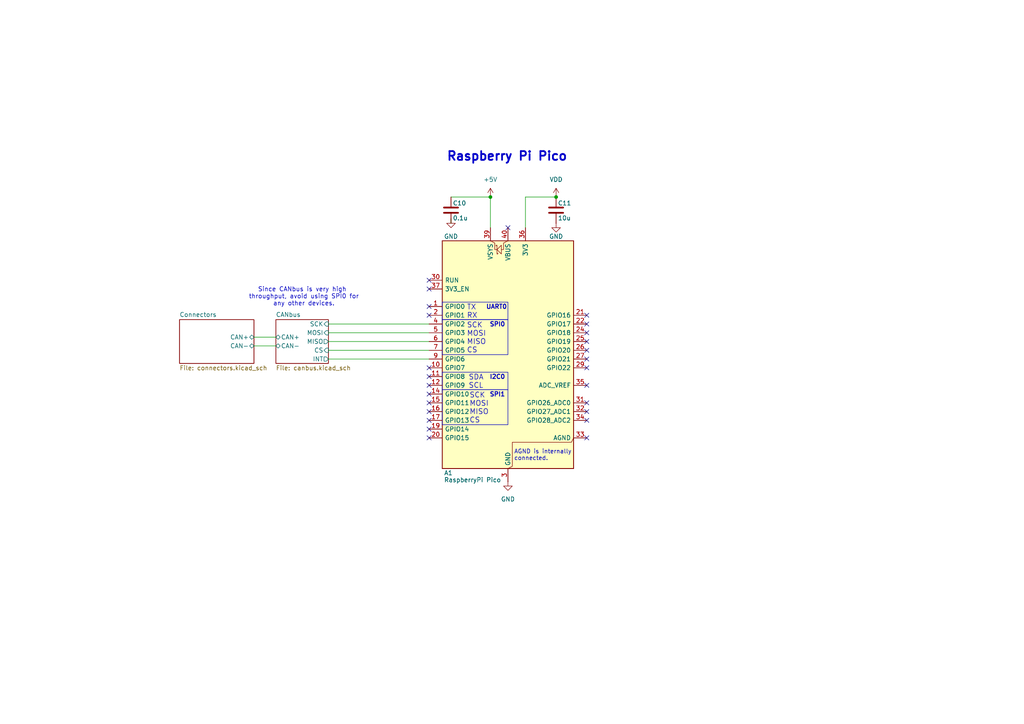
<source format=kicad_sch>
(kicad_sch (version 20250114) (generator "eeschema") (generator_version "9.0")
  (paper "A4")
  (title_block (title "LEOS Microcontroller") (date "2026-02-14") (rev "2") (company "VIP Lightning From the Edge of Space") (comment 1 "Use Pinout.xyz with the Pico 2 for a look at what pins can be configured to.") (comment 2 "We now prefer using sheets to isolate domains.") (comment 3 "Be sure to bump the revision number and rename the root file to your module name.") (comment 4 "Use this sheet to define connections to your components/circuitry."))
  (lib_symbols
    (symbol "Device:C" (pin_numbers (hide yes)) (pin_names (offset 0.254))
      (property "Reference" "C" (at 0.635 2.54 0))
      (property "Value" "C" (at 0.635 -2.54 0))
      (symbol "C_0_1"
        (polyline (pts (xy -2.032 0.762) (xy 2.032 0.762)) (stroke (width 0.508)))
        (polyline (pts (xy -2.032 -0.762) (xy 2.032 -0.762)) (stroke (width 0.508)))
      )
      (symbol "C_1_1"
        (pin passive line (at 0 3.81 270) (length 2.794) (name "~") (number "1"))
        (pin passive line (at 0 -3.81 90) (length 2.794) (name "~") (number "2"))
      )
    )
    (symbol "MCU_Module:RaspberryPi_Pico" (pin_names (offset 0.762))
      (property "Reference" "A" (at -19.05 35.56 0))
      (property "Value" "RaspberryPi_Pico" (at 7.62 35.56 0))
      (symbol "RaspberryPi_Pico_0_1"
        (rectangle (start -19.05 34.29) (end 19.05 -31.75) (stroke (width 0.254)) (fill (type background)))
        (polyline (pts (xy -5.08 34.29) (xy -3.81 33.655) (xy -3.81 31.75) (xy -3.175 31.75)))
        (polyline (pts (xy -3.429 32.766) (xy -3.429 33.02) (xy -3.175 33.02) (xy -3.175 30.48) (xy -2.921 30.48) (xy -2.921 30.734)))
        (polyline (pts (xy -3.175 31.75) (xy -1.905 33.02) (xy -1.905 30.48) (xy -3.175 31.75)))
        (polyline (pts (xy 0 34.29) (xy -1.27 33.655) (xy -1.27 31.75) (xy -1.905 31.75)))
        (polyline (pts (xy 0 -31.75) (xy 1.27 -31.115) (xy 1.27 -24.13) (xy 18.415 -24.13) (xy 19.05 -22.86)))
      )
      (symbol "RaspberryPi_Pico_1_1"
        (pin passive line (at -22.86 22.86 0) (length 3.81) (name "RUN") (number "30"))
        (pin passive line (at -22.86 20.32 0) (length 3.81) (name "3V3_EN") (number "37"))
        (pin bidirectional line (at -22.86 15.24 0) (length 3.81) (name "GPIO0") (number "1"))
        (pin bidirectional line (at -22.86 12.7 0) (length 3.81) (name "GPIO1") (number "2"))
        (pin bidirectional line (at -22.86 10.16 0) (length 3.81) (name "GPIO2") (number "4"))
        (pin bidirectional line (at -22.86 7.62 0) (length 3.81) (name "GPIO3") (number "5"))
        (pin bidirectional line (at -22.86 5.08 0) (length 3.81) (name "GPIO4") (number "6"))
        (pin bidirectional line (at -22.86 2.54 0) (length 3.81) (name "GPIO5") (number "7"))
        (pin bidirectional line (at -22.86 0 0) (length 3.81) (name "GPIO6") (number "9"))
        (pin bidirectional line (at -22.86 -2.54 0) (length 3.81) (name "GPIO7") (number "10"))
        (pin bidirectional line (at -22.86 -5.08 0) (length 3.81) (name "GPIO8") (number "11"))
        (pin bidirectional line (at -22.86 -7.62 0) (length 3.81) (name "GPIO9") (number "12"))
        (pin bidirectional line (at -22.86 -10.16 0) (length 3.81) (name "GPIO10") (number "14"))
        (pin bidirectional line (at -22.86 -12.7 0) (length 3.81) (name "GPIO11") (number "15"))
        (pin bidirectional line (at -22.86 -15.24 0) (length 3.81) (name "GPIO12") (number "16"))
        (pin bidirectional line (at -22.86 -17.78 0) (length 3.81) (name "GPIO13") (number "17"))
        (pin bidirectional line (at -22.86 -20.32 0) (length 3.81) (name "GPIO14") (number "19"))
        (pin bidirectional line (at -22.86 -22.86 0) (length 3.81) (name "GPIO15") (number "20"))
        (pin power_in line (at -5.08 38.1 270) (length 3.81) (name "VSYS") (number "39"))
        (pin power_out line (at 0 38.1 270) (length 3.81) (name "VBUS") (number "40"))
        (pin passive line (at 0 -35.56 90) (length 3.81) (hide yes) (name "GND") (number "13"))
        (pin passive line (at 0 -35.56 90) (length 3.81) (hide yes) (name "GND") (number "18"))
        (pin passive line (at 0 -35.56 90) (length 3.81) (hide yes) (name "GND") (number "23"))
        (pin passive line (at 0 -35.56 90) (length 3.81) (hide yes) (name "GND") (number "28"))
        (pin power_out line (at 0 -35.56 90) (length 3.81) (name "GND") (number "3"))
        (pin passive line (at 0 -35.56 90) (length 3.81) (hide yes) (name "GND") (number "38"))
        (pin passive line (at 0 -35.56 90) (length 3.81) (hide yes) (name "GND") (number "8"))
        (pin power_out line (at 5.08 38.1 270) (length 3.81) (name "3V3") (number "36"))
        (pin bidirectional line (at 22.86 12.7 180) (length 3.81) (name "GPIO16") (number "21"))
        (pin bidirectional line (at 22.86 10.16 180) (length 3.81) (name "GPIO17") (number "22"))
        (pin bidirectional line (at 22.86 7.62 180) (length 3.81) (name "GPIO18") (number "24"))
        (pin bidirectional line (at 22.86 5.08 180) (length 3.81) (name "GPIO19") (number "25"))
        (pin bidirectional line (at 22.86 2.54 180) (length 3.81) (name "GPIO20") (number "26"))
        (pin bidirectional line (at 22.86 0 180) (length 3.81) (name "GPIO21") (number "27"))
        (pin bidirectional line (at 22.86 -2.54 180) (length 3.81) (name "GPIO22") (number "29"))
        (pin power_in line (at 22.86 -7.62 180) (length 3.81) (name "ADC_VREF") (number "35"))
        (pin bidirectional line (at 22.86 -12.7 180) (length 3.81) (name "GPIO26_ADC0") (number "31"))
        (pin bidirectional line (at 22.86 -15.24 180) (length 3.81) (name "GPIO27_ADC1") (number "32"))
        (pin bidirectional line (at 22.86 -17.78 180) (length 3.81) (name "GPIO28_ADC2") (number "34"))
        (pin power_out line (at 22.86 -22.86 180) (length 3.81) (name "AGND") (number "33"))
      )
    )
    (symbol "power:+5V" (power) (pin_numbers (hide yes)) (pin_names (offset 0) (hide yes))
      (property "Value" "+5V" (at 0 3.556 0))
      (symbol "+5V_0_1"
        (polyline (pts (xy -0.762 1.27) (xy 0 2.54)))
        (polyline (pts (xy 0 2.54) (xy 0.762 1.27)))
        (polyline (pts (xy 0 0) (xy 0 2.54)))
      )
      (symbol "+5V_1_1"
        (pin power_in line (at 0 0 90) (length 0) (name "~") (number "1"))
      )
    )
    (symbol "power:GND" (power) (pin_numbers (hide yes)) (pin_names (offset 0) (hide yes))
      (property "Value" "GND" (at 0 -3.81 0))
      (symbol "GND_0_1"
        (polyline (pts (xy 0 0) (xy 0 -1.27) (xy 1.27 -1.27) (xy 0 -2.54) (xy -1.27 -1.27) (xy 0 -1.27)))
      )
      (symbol "GND_1_1"
        (pin power_in line (at 0 0 270) (length 0) (name "~") (number "1"))
      )
    )
    (symbol "power:VDD" (power) (pin_numbers (hide yes)) (pin_names (offset 0) (hide yes))
      (property "Value" "VDD" (at 0 3.556 0))
      (symbol "VDD_0_1"
        (polyline (pts (xy -0.762 1.27) (xy 0 2.54)))
        (polyline (pts (xy 0 2.54) (xy 0.762 1.27)))
        (polyline (pts (xy 0 0) (xy 0 2.54)))
      )
      (symbol "VDD_1_1"
        (pin power_in line (at 0 0 90) (length 0) (name "~") (number "1"))
      )
    )
  )
  (rectangle (start 128.27 92.71) (end 147.32 102.87))
  (rectangle (start 128.27 113.03) (end 147.32 123.19))
  (rectangle (start 128.27 107.95) (end 147.32 113.03))
  (rectangle (start 128.27 87.63) (end 147.32 92.71))
  (text "SPI1" (at 144.272 114.554 0) (effects (font (size 1.27 1.27) (thickness 0.254) (bold yes))))
  (text "Raspberry Pi Pico" (at 147.066 45.466 0) (effects (font (size 2.54 2.54) (thickness 0.508) (bold yes))))
  (text "SCK\nMOSI\nMISO\nCS" (at 135.382 98.044 0) (effects (font (size 1.5 1.5)) (justify left)))
  (text "Since CANbus is very high \nthroughput, avoid using SPI0 for\nany other devices." (at 88.138 86.106 0) (effects (font (size 1.27 1.27))))
  (text "SPI0" (at 144.272 94.234 0) (effects (font (size 1.27 1.27) (thickness 0.254) (bold yes))))
  (text "SDA\nSCL" (at 135.89 110.744 0) (effects (font (size 1.5 1.5)) (justify left)))
  (text "TX\nRX" (at 135.382 90.424 0) (effects (font (size 1.5 1.5)) (justify left)))
  (text "UART0" (at 144.018 89.154 0) (effects (font (size 1.27 1.27) (thickness 0.254) (bold yes))))
  (text "SCK\nMOSI\nMISO\nCS" (at 136.144 118.364 0) (effects (font (size 1.5 1.5)) (justify left)))
  (text "I2C0" (at 144.272 109.474 0) (effects (font (size 1.27 1.27) (thickness 0.254) (bold yes))))
  (text "AGND is internally \nconnected." (at 149.098 132.08 0) (effects (font (size 1.2 1.2)) (justify left)))
  (junction (at 161.29 57.15))
  (junction (at 142.24 57.15))
  (no_connect (at 147.32 66.04))
  (no_connect (at 124.46 114.3))
  (no_connect (at 170.18 106.68))
  (no_connect (at 170.18 99.06))
  (no_connect (at 170.18 93.98))
  (no_connect (at 124.46 83.82))
  (no_connect (at 124.46 109.22))
  (no_connect (at 124.46 106.68))
  (no_connect (at 170.18 119.38))
  (no_connect (at 170.18 127))
  (no_connect (at 124.46 116.84))
  (no_connect (at 170.18 91.44))
  (no_connect (at 124.46 124.46))
  (no_connect (at 124.46 91.44))
  (no_connect (at 124.46 127))
  (no_connect (at 124.46 119.38))
  (no_connect (at 124.46 88.9))
  (no_connect (at 170.18 121.92))
  (no_connect (at 170.18 96.52))
  (no_connect (at 124.46 81.28))
  (no_connect (at 124.46 111.76))
  (no_connect (at 170.18 116.84))
  (no_connect (at 124.46 121.92))
  (no_connect (at 170.18 104.14))
  (no_connect (at 170.18 111.76))
  (no_connect (at 170.18 101.6))
  (wire (pts (xy 73.66 97.79) (xy 80.01 97.79)))
  (wire (pts (xy 95.25 101.6) (xy 124.46 101.6)))
  (wire (pts (xy 130.81 57.15) (xy 142.24 57.15)))
  (wire (pts (xy 95.25 96.52) (xy 124.46 96.52)))
  (wire (pts (xy 142.24 57.15) (xy 142.24 66.04)))
  (wire (pts (xy 95.25 104.14) (xy 124.46 104.14)))
  (wire (pts (xy 152.4 66.04) (xy 152.4 57.15)))
  (wire (pts (xy 73.66 100.33) (xy 80.01 100.33)))
  (wire (pts (xy 95.25 99.06) (xy 124.46 99.06)))
  (wire (pts (xy 152.4 57.15) (xy 161.29 57.15)))
  (wire (pts (xy 130.81 64.77) (xy 130.81 63.5)))
  (wire (pts (xy 95.25 93.98) (xy 124.46 93.98)))
  (symbol (lib_id "MCU_Module:RaspberryPi_Pico") (at 147.32 104.14 0) (unit 1)
    (property "Reference" "A1" (at 128.778 137.16 0) (effects (justify left)))
    (property "Value" "RaspberryPi Pico" (at 128.778 139.192 0) (effects (justify left)))
    (property "Footprint" "Module:RaspberryPi_Pico_Common_THT" (effects (hide yes)))
    (property "Datasheet" "https://datasheets.raspberrypi.com/pico/pico-datasheet.pdf" (effects (hide yes)))
    (property "Description" "Pimoroni Pico Plus 2" (effects (hide yes)))
    (property "Digikey" "1778-PIM724-ND" (effects (hide yes)))
    (property "MPN" "PIM724" (effects (hide yes)))
    (property "Manufacturer" "Pimoroni" (effects (hide yes)))
  )
  (symbol (lib_id "power:GND") (at 130.81 63.5 0) (unit 1)
    (property "Reference" "#PWR019" (effects (hide yes)))
    (property "Value" "GND" (at 130.81 68.58 0))
    (property "Description" "Power symbol creates a global label with name \"GND\" , ground" (effects (hide yes)))
  )
  (symbol (lib_id "power:GND") (at 147.32 139.7 0) (unit 1)
    (property "Reference" "#PWR016" (effects (hide yes)))
    (property "Value" "GND" (at 147.32 144.78 0))
    (property "Description" "Power symbol creates a global label with name \"GND\" , ground" (effects (hide yes)))
  )
  (symbol (lib_id "power:GND") (at 161.29 64.77 0) (unit 1)
    (property "Reference" "#PWR021" (effects (hide yes)))
    (property "Value" "GND" (at 161.29 68.58 0))
    (property "Description" "Power symbol creates a global label with name \"GND\" , ground" (effects (hide yes)))
  )
  (symbol (lib_id "Device:C") (at 161.29 60.96 0) (unit 1)
    (property "Reference" "C11" (at 161.798 58.928 0) (effects (justify left)))
    (property "Value" "10u" (at 161.798 63.246 0) (effects (justify left)))
    (property "Footprint" "Capacitor_SMD:C_0805_2012Metric" (effects (hide yes)))
    (property "Description" "10U 16V X7R 0805" (effects (hide yes)))
    (property "Digikey" "1276-2872-1-ND" (effects (hide yes)))
    (property "Manufacturer" "Samsung Electro-Mechanics" (effects (hide yes)))
    (property "MPN" "CL21B106KOQNNNE" (effects (hide yes)))
    (property "LCSC" "C95841" (effects (hide yes)))
  )
  (symbol (lib_id "power:+5V") (at 142.24 57.15 0) (unit 1)
    (property "Reference" "#PWR020" (effects (hide yes)))
    (property "Value" "+5V" (at 142.24 52.07 0))
    (property "Description" "Power symbol creates a global label with name \"+5V\"" (effects (hide yes)))
  )
  (symbol (lib_id "power:VDD") (at 161.29 57.15 0) (unit 1)
    (property "Reference" "#PWR022" (effects (hide yes)))
    (property "Value" "VDD" (at 161.29 52.07 0))
    (property "Description" "Power symbol creates a global label with name \"VDD\"" (effects (hide yes)))
  )
  (symbol (lib_id "Device:C") (at 130.81 60.96 0) (unit 1)
    (property "Reference" "C10" (at 131.318 58.928 0) (effects (justify left)))
    (property "Value" "0.1u" (at 131.318 63.246 0) (effects (justify left)))
    (property "Footprint" "Capacitor_SMD:C_0603_1608Metric" (effects (hide yes)))
    (property "Description" "0.1U 50V X7R 0603" (effects (hide yes)))
    (property "Digikey" "490-5798-1-ND" (effects (hide yes)))
    (property "LCSC" "C913912" (effects (hide yes)))
    (property "MPN" "CL10B104KB8NNNL" (effects (hide yes)))
    (property "Manufacturer" "Samsung Electro-Mechanics" (effects (hide yes)))
  )
  (sheet (at 52.07 92.71) (size 21.59 12.7) (stroke (width 0.1524))
    (property "Sheetname" "Connectors" (at 52.07 91.9984 0) (effects (justify left bottom)))
    (property "Sheetfile" "connectors.kicad_sch" (at 52.07 105.9946 0) (effects (justify left top)))
    (pin "CAN+" bidirectional (at 73.66 97.79 0))
    (pin "CAN-" bidirectional (at 73.66 100.33 0))
  )
  (sheet (at 80.01 92.71) (size 15.24 12.7) (stroke (width 0.1524))
    (property "Sheetname" "CANbus" (at 80.01 91.9984 0) (effects (justify left bottom)))
    (property "Sheetfile" "canbus.kicad_sch" (at 80.01 105.9946 0) (effects (justify left top)))
    (pin "CS" input (at 95.25 101.6 0))
    (pin "MOSI" input (at 95.25 96.52 0))
    (pin "SCK" input (at 95.25 93.98 0))
    (pin "CAN+" bidirectional (at 80.01 97.79 180))
    (pin "CAN-" bidirectional (at 80.01 100.33 180))
    (pin "INT" output (at 95.25 104.14 0))
    (pin "MISO" output (at 95.25 99.06 0))
  )
)
</source>
